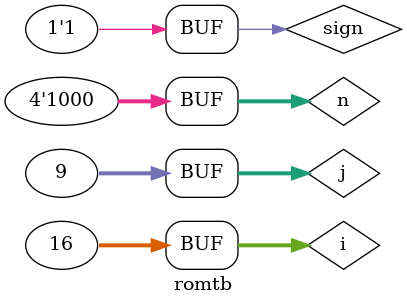
<source format=v>
`timescale 1ns/1ns
module romtb ();
integer i,j;
reg [3:0]n;
reg sign;
wire [7:0]square;

initial
$monitor ("sign=%d n=%d square = %d",sign,n,square );

initial
begin
	
	for (i=0;i<=15;i=i+1) begin
	 #5 sign=0; n=i ; end

	for (j=1;j<=8;j=j+1) begin
	 #5 sign=1; n=j ; end

	
end

rom inst(
	.sign(sign),
	.n(n),
	.square(square)	
	) ;

endmodule

</source>
